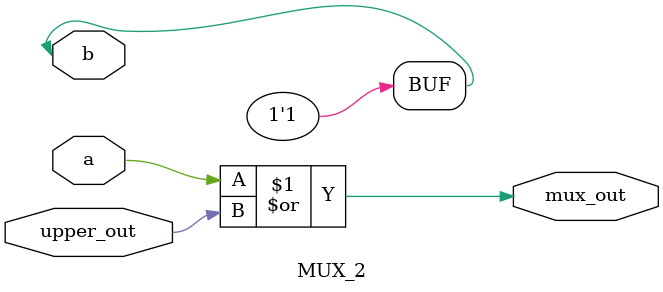
<source format=v>
`timescale 1ns / 1ps


module MUX_2(
a,b,upper_out,mux_out
    );
    input a,b,upper_out;//aÊÇÏÂÒ»bitµÄ±È½Ï½á¹û£¬bÊÇ1£»
    output mux_out;
    wire a,b,upper_out;
    wire mux_out;
    assign b=1'b1;
    assign mux_out=(a | upper_out);
endmodule

</source>
